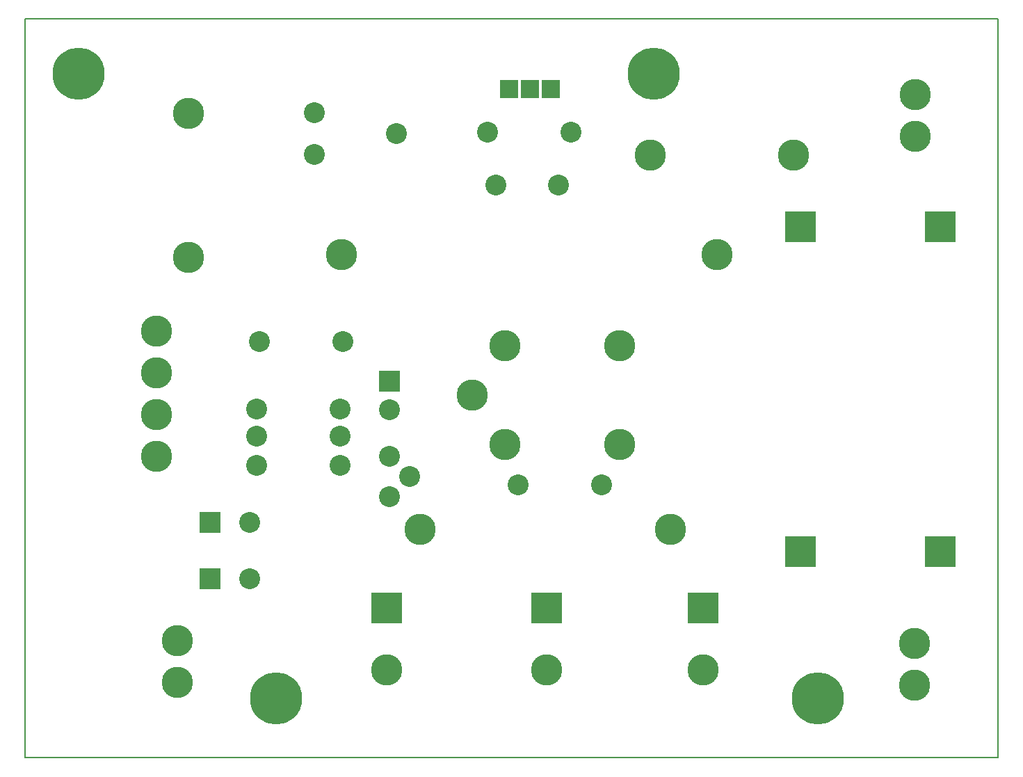
<source format=gbr>
G04 PROTEUS RS274X GERBER FILE*
%FSLAX45Y45*%
%MOMM*%
G01*
%ADD10C,3.810000*%
%ADD11R,2.540000X2.540000*%
%ADD12C,2.540000*%
%ADD13R,2.286000X2.286000*%
%ADD14R,3.810000X3.810000*%
%ADD15C,6.350000*%
%ADD16C,0.203200*%
D10*
X-4750000Y+768000D03*
X-4750000Y-756000D03*
X-4750000Y+260000D03*
X-4750000Y-248000D03*
D11*
X-1920000Y+160000D03*
D12*
X-1920000Y-190000D03*
D13*
X-464000Y+3720000D03*
X-210000Y+3720000D03*
X+44000Y+3720000D03*
D12*
X-3496802Y+640000D03*
X-2480802Y+640000D03*
D10*
X-510000Y+590000D03*
X-510000Y-610000D03*
X-910000Y-10000D03*
X+890000Y-610000D03*
X+890000Y+590000D03*
X+3005699Y+2910000D03*
X+1255699Y+2910000D03*
X-4360000Y+3420000D03*
X-4360000Y+1670000D03*
D14*
X-1950000Y-2600000D03*
D10*
X-1950000Y-3350000D03*
D14*
X+0Y-2600000D03*
D10*
X+0Y-3350000D03*
D14*
X+1900000Y-2600000D03*
D10*
X+1900000Y-3350000D03*
X+4484476Y+3645524D03*
X+4484476Y+3137524D03*
X-4500000Y-3508000D03*
X-4500000Y-3000000D03*
D12*
X-720000Y+3190000D03*
X+296000Y+3190000D03*
D10*
X-2500000Y+1700000D03*
X+2072000Y+1700000D03*
X-1540000Y-1640000D03*
X+1508000Y-1640000D03*
D14*
X+4790000Y+2040000D03*
X+3090000Y+2040000D03*
X+4790000Y-1910000D03*
X+3090000Y-1910000D03*
D10*
X+4480000Y-3030000D03*
X+4480000Y-3538000D03*
D12*
X-2827992Y+2919153D03*
X-2827992Y+3429153D03*
X-1830000Y+3179153D03*
X-620000Y+2550000D03*
X+142000Y+2550000D03*
X-3620000Y-1560000D03*
D11*
X-4100000Y-1560000D03*
D12*
X-3620000Y-2240000D03*
D11*
X-4100000Y-2240000D03*
D12*
X-3536000Y-180000D03*
X-2520000Y-180000D03*
X-3536000Y-510000D03*
X-2520000Y-510000D03*
X-3530000Y-860000D03*
X-2514000Y-860000D03*
X-350000Y-1100000D03*
X+666000Y-1100000D03*
X-1920000Y-753000D03*
X-1670000Y-1003000D03*
X-1920000Y-1243000D03*
D15*
X-5700000Y+3900000D03*
X+1300000Y+3900000D03*
X+3300000Y-3700000D03*
X-3300000Y-3700000D03*
D16*
X-6350960Y-4420960D02*
X+5490000Y-4420960D01*
X+5490000Y+4570000D01*
X-6350960Y+4570000D01*
X-6350960Y-4420960D01*
M02*

</source>
